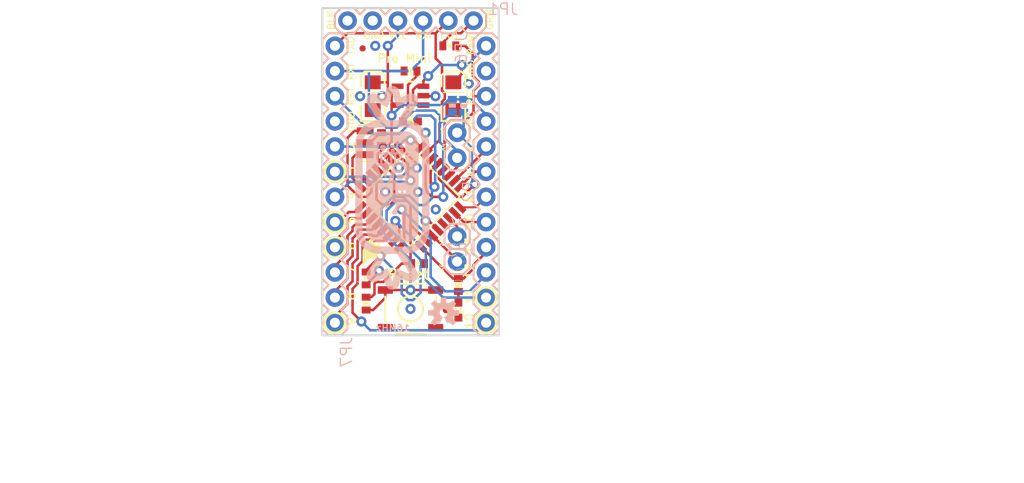
<source format=kicad_pcb>
(kicad_pcb (version 20211014) (generator pcbnew)
  (layers (0 "F.Cu" signal) (31 "B.Cu" signal) (34 "B.Paste" user) (35 "F.Paste" user) (36 "B.SilkS" user "B.Silkscreen") (37 "F.SilkS" user "F.Silkscreen") (38 "B.Mask" user) (39 "F.Mask" user) (44 "Edge.Cuts" user))
  (net 0 "")
  (net 1 "GND")
  (net 2 "AREF")
  (net 3 "RESET")
  (net 4 "SCK")
  (net 5 "N$38")
  (net 6 "MISO")
  (net 7 "MOSI")
  (net 8 "N$7")
  (net 9 "TXO")
  (net 10 "VCC")
  (net 11 "RAW")
  (net 12 "D9")
  (net 13 "D8")
  (net 14 "A5")
  (net 15 "A4")
  (net 16 "A3")
  (net 17 "A2")
  (net 18 "A1")
  (net 19 "A0")
  (net 20 "D2")
  (net 21 "D3")
  (net 22 "D4")
  (net 23 "D5")
  (net 24 "D6")
  (net 25 "D7")
  (net 26 "D10")
  (net 27 "N$1")
  (net 28 "N$2")
  (net 29 "DTR")
  (net 30 "RXI")
  (net 31 "A6")
  (net 32 "A7")
  (footprint "boardEagle:EIA3216" (layer "F.Cu") (at 152.8191 97.3836 90)
    (fp_text reference "C19")
    (fp_text value "10uF")
  )
  (footprint "boardEagle:0402-CAP" (layer "F.Cu") (at 152.4127 92.3036 180)
    (fp_text reference "C2")
    (fp_text value "0.1uF")
  )
  (footprint "boardEagle:0402-RES" (layer "F.Cu") (at 148.5011 94.8436 180)
    (fp_text reference "R11")
    (fp_text value "10K")
  )
  (footprint "boardEagle:0402-CAP" (layer "F.Cu") (at 144.0307 115.7732 90)
    (fp_text reference "C1")
    (fp_text value "0.1uF")
  )
  (footprint "boardEagle:0402-RES" (layer "F.Cu") (at 153.3271 116.4336 -90)
    (fp_text reference "R6")
    (fp_text value "330")
  )
  (footprint "boardEagle:MICRO-FIDUCIAL" (layer "F.Cu") (at 143.6751 92.5576)
    (fp_text reference "JP5" hide)
    (fp_text value "FIDUCIALUFIDUCIAL" hide)
  )
  (footprint "boardEagle:LED-0603" (layer "F.Cu") (at 153.3271 118.9736 180)
    (fp_text reference "D3")
    (fp_text value "Green")
  )
  (footprint "boardEagle:RESONATOR-SMD" (layer "F.Cu") (at 143.9291 102.0826 90)
    (fp_text reference "Q1")
    (fp_text value "8/16/20MHz")
  )
  (footprint "boardEagle:CREATIVE_COMMONS" (layer "F.Cu") (at 127.438979 130.4036)
    (fp_text reference "FRAME1" hide)
    (fp_text value "FRAME-LETTER" hide)
  )
  (footprint "boardEagle:MICRO-FIDUCIAL" (layer "F.Cu") (at 152.0571 118.9736 180)
    (fp_text reference "JP8" hide)
    (fp_text value "FIDUCIALUFIDUCIAL" hide)
  )
  (footprint "boardEagle:TQFP32-08" (layer "F.Cu") (at 148.5011 107.5436 -45)
    (fp_text reference "U1")
    (fp_text value "ATMEGA328")
  )
  (footprint "boardEagle:SOT23-5" (layer "F.Cu") (at 148.5011 97.3328 90)
    (fp_text reference "U2")
    (fp_text value "MIC5205")
  )
  (footprint "boardEagle:0402-CAP" (layer "F.Cu") (at 145.5801 101.7016 90)
    (fp_text reference "C10")
    (fp_text value "0.1uF")
  )
  (footprint "boardEagle:0402-CAP" (layer "F.Cu") (at 149.2631 114.2746 180)
    (fp_text reference "C3")
    (fp_text value "0.1uF")
  )
  (footprint "boardEagle:SFE-LOGO-FLAME" (layer "F.Cu") (at 143.6751 114.5286)
    (fp_text reference "U$1" hide)
    (fp_text value "LOGO-SFESK" hide)
  )
  (footprint "boardEagle:0402-RES" (layer "F.Cu") (at 144.0307 118.3132 90)
    (fp_text reference "R2")
    (fp_text value "10K")
  )
  (footprint "boardEagle:LED-0603" (layer "F.Cu") (at 148.5011 99.9236 -90)
    (fp_text reference "LED1")
    (fp_text value "Red")
  )
  (footprint "boardEagle:TACTILE_SWITCH_SMD" (layer "F.Cu") (at 148.5011 118.8466 180)
    (fp_text reference "S2")
    (fp_text value "Reset")
  )
  (footprint "boardEagle:EIA3216" (layer "F.Cu") (at 144.6911 97.3836 90)
    (fp_text reference "C13")
    (fp_text value "10uF")
  )
  (footprint "boardEagle:1X06" (layer "B.Cu") (at 154.8511 89.7636 180)
    (fp_text reference "JP1")
    (fp_text value "FTDI Basic")
  )
  (footprint "boardEagle:OSHW-LOGO-S" (layer "B.Cu") (at 151.8285 119.253 180)
    (fp_text reference "U$3" hide)
    (fp_text value "OSHW-LOGOS" hide)
  )
  (footprint "boardEagle:PRO_MINI_CANDY" (layer "B.Cu") (at 152.6921 117.5766 180)
    (fp_text reference "U$2" hide)
    (fp_text value "PRO_MINI_CANDY" hide)
  )
  (footprint "boardEagle:0402-RES" (layer "B.Cu") (at 153.8605 98.3488 90)
    (fp_text reference "R3")
    (fp_text value "")
  )
  (footprint "boardEagle:0402-RES" (layer "B.Cu") (at 152.7175 98.3488 90)
    (fp_text reference "R1")
    (fp_text value "")
  )
  (footprint "boardEagle:1X12" (layer "B.Cu") (at 140.8811 120.2436 90)
    (fp_text reference "JP7")
    (fp_text value "")
  )
  (footprint "boardEagle:1X02" (layer "B.Cu") (at 153.2001 103.6066 90)
    (fp_text reference "JP2")
    (fp_text value "")
  )
  (footprint "boardEagle:1X01" (layer "B.Cu") (at 153.2001 114.0714 180)
    (fp_text reference "JP3")
    (fp_text value "")
  )
  (footprint "boardEagle:1X12" (layer "B.Cu") (at 156.1211 92.3036 -90)
    (fp_text reference "JP6")
    (fp_text value "")
  )
  (footprint "boardEagle:1X01" (layer "B.Cu") (at 153.2001 111.5314 180)
    (fp_text reference "JP4")
    (fp_text value "")
  )
  (gr_circle (center 156.1211 120.2436) (end 157.1371 120.2436) (layer "F.SilkS") (width 0.254) (fill none))
  (gr_circle (center 156.1211 117.7036) (end 157.1371 117.7036) (layer "F.SilkS") (width 0.254) (fill none))
  (gr_circle (center 140.8811 105.0036) (end 141.8971 105.0036) (layer "F.SilkS") (width 0.254) (fill none))
  (gr_circle (center 140.8811 112.6236) (end 141.8971 112.6236) (layer "F.SilkS") (width 0.254) (fill none))
  (gr_circle (center 140.8811 120.2436) (end 141.8971 120.2436) (layer "F.SilkS") (width 0.254) (fill none))
  (gr_circle (center 140.8811 110.0836) (end 141.8971 110.0836) (layer "F.SilkS") (width 0.254) (fill none))
  (gr_line (start 139.6111 88.4936) (end 139.6111 121.5136) (layer "Edge.Cuts") (width 0.2032))
  (gr_line (start 157.3911 121.5136) (end 157.3911 88.4936) (layer "Edge.Cuts") (width 0.2032))
  (gr_line (start 157.3911 88.4936) (end 139.6111 88.4936) (layer "Edge.Cuts") (width 0.2032))
  (gr_line (start 139.6111 121.5136) (end 157.3911 121.5136) (layer "Edge.Cuts") (width 0.2032))
  (gr_text "16MHz" (at 144.9451 120.3706) (layer "B.SilkS") (effects (font (size 0.69088 0.69088) (thickness 0.12192)) (justify right top mirror)))
  (gr_text "TXO" (at 142.9131 93.3196 90) (layer "F.SilkS") (effects (font (size 0.69088 0.69088) (thickness 0.12192)) (justify left bottom)))
  (gr_text "A3" (at 154.9781 103.0986 90) (layer "F.SilkS") (effects (font (size 0.69088 0.69088) (thickness 0.12192)) (justify left bottom)))
  (gr_text "TXO" (at 151.2951 91.6686) (layer "F.SilkS") (effects (font (size 0.69088 0.69088) (thickness 0.12192)) (justify left bottom)))
  (gr_text "BLK" (at 140.8811 90.7796 90) (layer "F.SilkS") (effects (font (size 0.69088 0.69088) (thickness 0.12192)) (justify left bottom)))
  (gr_text "11" (at 154.9781 118.4656 90) (layer "F.SilkS") (effects (font (size 0.8636 0.8636) (thickness 0.1524)) (justify left bottom)))
  (gr_text "RXI" (at 142.9131 95.8596 90) (layer "F.SilkS") (effects (font (size 0.69088 0.69088) (thickness 0.12192)) (justify left bottom)))
  (gr_text "A6" (at 151.9301 115.0874 90) (layer "F.SilkS") (effects (font (size 0.425 0.425) (thickness 0.075)) (justify left bottom)))
  (gr_text "GND" (at 154.9781 95.8596 90) (layer "F.SilkS") (effects (font (size 0.69088 0.69088) (thickness 0.12192)) (justify left bottom)))
  (gr_text "5" (at 143.0401 110.4646 90) (layer "F.SilkS") (effects (font (size 0.8636 0.8636) (thickness 0.1524)) (justify left bottom)))
  (gr_text "RST" (at 142.9131 98.3996 90) (layer "F.SilkS") (effects (font (size 0.69088 0.69088) (thickness 0.12192)) (justify left bottom)))
  (gr_text "Reset" (at 146.0627 115.951) (layer "F.SilkS") (effects (font (size 1.02 1.02) (thickness 0.18)) (justify left bottom)))
  (gr_text "GRN" (at 156.8831 90.7796 90) (layer "F.SilkS") (effects (font (size 0.69088 0.69088) (thickness 0.12192)) (justify left bottom)))
  (gr_text "A1" (at 154.9781 108.3056 90) (layer "F.SilkS") (effects (font (size 0.8636 0.8636) (thickness 0.1524)) (justify left bottom)))
  (gr_text "GND" (at 143.6751 91.6686) (layer "F.SilkS") (effects (font (size 0.69088 0.69088) (thickness 0.12192)) (justify left bottom)))
  (gr_text "13" (at 154.9781 113.3856 90) (layer "F.SilkS") (effects (font (size 0.8636 0.8636) (thickness 0.1524)) (justify left bottom)))
  (gr_text "A0" (at 154.9781 110.8456 90) (layer "F.SilkS") (effects (font (size 0.8636 0.8636) (thickness 0.1524)) (justify left bottom)))
  (gr_text "Pro Mini" (at 145.0721 94.0816) (layer "F.SilkS") (effects (font (size 0.8636 0.8636) (thickness 0.1524)) (justify left bottom)))
  (gr_text "A5" (at 152.0571 101.3206 90) (layer "F.SilkS") (effects (font (size 0.425 0.425) (thickness 0.075)) (justify left bottom)))
  (gr_text "RAW" (at 154.9781 93.3196 90) (layer "F.SilkS") (effects (font (size 0.69088 0.69088) (thickness 0.12192)) (justify left bottom)))
  (gr_text "12" (at 154.9781 115.9256 90) (layer "F.SilkS") (effects (font (size 0.8636 0.8636) (thickness 0.1524)) (justify left bottom)))
  (gr_text "A7" (at 151.9301 112.5474 90) (layer "F.SilkS") (effects (font (size 0.425 0.425) (thickness 0.075)) (justify left bottom)))
  (gr_text "7" (at 143.0401 115.4176 90) (layer "F.SilkS") (effects (font (size 0.8636 0.8636) (thickness 0.1524)) (justify left bottom)))
  (gr_text "VCC" (at 146.2151 91.6686) (layer "F.SilkS") (effects (font (size 0.69088 0.69088) (thickness 0.12192)) (justify left bottom)))
  (gr_text "4" (at 143.0401 107.9246 90) (layer "F.SilkS") (effects (font (size 0.8636 0.8636) (thickness 0.1524)) (justify left bottom)))
  (gr_text "3" (at 143.0401 105.3846 90) (layer "F.SilkS") (effects (font (size 0.8636 0.8636) (thickness 0.1524)) (justify left bottom)))
  (gr_text "A2" (at 154.9781 105.6386 90) (layer "F.SilkS") (effects (font (size 0.69088 0.69088) (thickness 0.12192)) (justify left bottom)))
  (gr_text "RXI" (at 148.8821 91.6686) (layer "F.SilkS") (effects (font (size 0.69088 0.69088) (thickness 0.12192)) (justify left bottom)))
  (gr_text "RST" (at 154.9781 98.3996 90) (layer "F.SilkS") (effects (font (size 0.69088 0.69088) (thickness 0.12192)) (justify left bottom)))
  (gr_text "8" (at 143.0401 118.0846 90) (layer "F.SilkS") (effects (font (size 0.8636 0.8636) (thickness 0.1524)) (justify left bottom)))
  (gr_text "10" (at 154.9781 121.0056 90) (layer "F.SilkS") (effects (font (size 0.8636 0.8636) (thickness 0.1524)) (justify left bottom)))
  (gr_text "A4" (at 152.0571 102.9716 90) (layer "F.SilkS") (effects (font (size 0.425 0.425) (thickness 0.075)) (justify left bottom)))
  (gr_text "6" (at 143.0401 113.0046 90) (layer "F.SilkS") (effects (font (size 0.8636 0.8636) (thickness 0.1524)) (justify left bottom)))
  (gr_text "2" (at 142.9131 102.7176 90) (layer "F.SilkS") (effects (font (size 0.69088 0.69088) (thickness 0.12192)) (justify left bottom)))
  (gr_text "GND" (at 142.9131 101.0666 90) (layer "F.SilkS") (effects (font (size 0.69088 0.69088) (thickness 0.12192)) (justify left bottom)))
  (gr_text "VCC" (at 154.9781 100.9396 90) (layer "F.SilkS") (effects (font (size 0.69088 0.69088) (thickness 0.12192)) (justify left bottom)))
  (gr_text "9" (at 143.0401 120.6246 90) (layer "F.SilkS") (effects (font (size 0.8636 0.8636) (thickness 0.1524)) (justify left bottom)))
  (segment (start 146.3143 103.659747) (end 147.2311 104.5766) (width 0.254) (layer "F.Cu") (net 1))
  (segment (start 144.0307 116.4232) (end 145.3261 115.1278) (width 0.254) (layer "F.Cu") (net 1))
  (segment (start 144.4371 102.0826) (end 145.4681 101.0516) (width 0.254) (layer "F.Cu") (net 1))
  (segment (start 151.0157 97.3836) (end 149.7711 97.3836) (width 0.254) (layer "F.Cu") (net 1))
  (segment (start 145.3261 115.1278) (end 145.3261 114.9858) (width 0.254) (layer "F.Cu") (net 1))
  (segment (start 145.4681 101.0516) (end 145.5801 101.0516) (width 0.254) (layer "F.Cu") (net 1))
  (segment (start 143.9291 102.0826) (end 144.4371 102.0826) (width 0.254) (layer "F.Cu") (net 1))
  (via (at 143.4211 97.3836) (size 1.016) (drill 0.508) (layers "F.Cu" "B.Cu") (net 1))
  (via (at 148.5011 118.8466) (size 1.016) (drill 0.508) (layers "F.Cu" "B.Cu") (net 1))
  (via (at 144.9451 92.3036) (size 1.016) (drill 0.508) (layers "F.Cu" "B.Cu") (net 1))
  (via (at 149.2631 107.0356) (size 1.016) (drill 0.508) (layers "F.Cu" "B.Cu") (net 1))
  (via (at 150.0251 101.0666) (size 1.016) (drill 0.508) (layers "F.Cu" "B.Cu") (net 1))
  (via (at 147.3327 104.5718) (size 1.016) (drill 0.508) (layers "F.Cu" "B.Cu") (net 1))
  (via (at 145.3261 114.9858) (size 1.016) (drill 0.508) (layers "F.Cu" "B.Cu") (net 1))
  (via (at 145.9611 107.0356) (size 1.016) (drill 0.508) (layers "F.Cu" "B.Cu") (net 1))
  (via (at 151.0411 108.8136) (size 1.016) (drill 0.508) (layers "F.Cu" "B.Cu") (net 1))
  (via (at 151.0157 97.3836) (size 1.016) (drill 0.508) (layers "F.Cu" "B.Cu") (net 1))
  (via (at 145.6309 97.3836) (size 1.016) (drill 0.508) (layers "F.Cu" "B.Cu") (net 1))
  (via (at 154.3685 96.1136) (size 1.016) (drill 0.508) (layers "F.Cu" "B.Cu") (net 1))
  (segment (start 150.3483 109.9566) (end 151.253581 110.861772) (width 0.254) (layer "F.Cu") (net 2))
  (segment (start 144.0307 115.1232) (end 144.0307 114.935) (width 0.254) (layer "F.Cu") (net 2))
  (segment (start 150.0251 109.9566) (end 150.3483 109.9566) (width 0.254) (layer "F.Cu") (net 2))
  (segment (start 144.0307 114.935) (end 145.4531 113.5126) (width 0.254) (layer "F.Cu") (net 2))
  (via (at 145.4531 113.5126) (size 1.016) (drill 0.508) (layers "F.Cu" "B.Cu") (net 2))
  (via (at 150.0251 109.9566) (size 1.016) (drill 0.508) (layers "F.Cu" "B.Cu") (net 2))
  (segment (start 147.6121 115.6716) (end 147.6121 117.3226) (width 0.254) (layer "B.Cu") (net 2))
  (segment (start 146.0881 108.9406) (end 147.1041 107.9246) (width 0.254) (layer "B.Cu") (net 2))
  (segment (start 145.4531 113.5126) (end 147.6121 115.6716) (width 0.254) (layer "B.Cu") (net 2))
  (segment (start 148.7551 117.9576) (end 149.5171 117.1956) (width 0.254) (layer "B.Cu") (net 2))
  (segment (start 148.1201 107.9246) (end 150.0251 109.8296) (width 0.254) (layer "B.Cu") (net 2))
  (segment (start 150.0251 109.8296) (end 150.0251 109.9566) (width 0.254) (layer "B.Cu") (net 2))
  (segment (start 149.5171 117.1956) (end 149.5171 113.8936) (width 0.254) (layer "B.Cu") (net 2))
  (segment (start 148.2471 117.9576) (end 148.7551 117.9576) (width 0.254) (layer "B.Cu") (net 2))
  (segment (start 147.6121 117.3226) (end 148.2471 117.9576) (width 0.254) (layer "B.Cu") (net 2))
  (segment (start 147.1041 107.9246) (end 148.1201 107.9246) (width 0.254) (layer "B.Cu") (net 2))
  (segment (start 146.0881 110.4646) (end 146.0881 108.9406) (width 0.254) (layer "B.Cu") (net 2))
  (segment (start 149.5171 113.8936) (end 146.0881 110.4646) (width 0.254) (layer "B.Cu") (net 2))
  (segment (start 154.7749 95.3262) (end 154.7749 93.091) (width 0.254) (layer "F.Cu") (net 3))
  (segment (start 154.7749 93.091) (end 153.9875 92.3036) (width 0.254) (layer "F.Cu") (net 3))
  (segment (start 150.9141 106.5276) (end 150.5331 106.1466) (width 0.254) (layer "F.Cu") (net 3))
  (segment (start 155.3845 95.9358) (end 154.7749 95.3262) (width 0.254) (layer "F.Cu") (net 3))
  (segment (start 148.5011 116.9416) (end 151.0411 116.9416) (width 0.254) (layer "F.Cu") (net 3))
  (segment (start 145.9611 117.729) (end 145.9611 116.9416) (width 0.254) (layer "F.Cu") (net 3))
  (segment (start 144.7269 118.9632) (end 145.9611 117.729) (width 0.254) (layer "F.Cu") (net 3))
  (segment (start 153.9875 92.3036) (end 154.2161 92.3036) (width 0.254) (layer "F.Cu") (net 3))
  (segment (start 154.0891 99.7966) (end 154.8511 99.0346) (width 0.254) (layer "F.Cu") (net 3))
  (segment (start 155.3845 96.2914) (end 155.3845 95.9358) (width 0.254) (layer "F.Cu") (net 3))
  (segment (start 151.253581 104.225432) (end 151.9301 103.5489) (width 0.254) (layer "F.Cu") (net 3))
  (segment (start 150.5331 106.1466) (end 150.5331 104.9459) (width 0.254) (layer "F.Cu") (net 3))
  (segment (start 150.5331 104.9459) (end 151.253581 104.225432) (width 0.254) (layer "F.Cu") (net 3))
  (segment (start 154.8511 99.0346) (end 154.8511 97.3836) (width 0.254) (layer "F.Cu") (net 3))
  (segment (start 154.8511 96.8248) (end 155.3845 96.2914) (width 0.254) (layer "F.Cu") (net 3))
  (segment (start 151.9301 100.4316) (end 152.5651 99.7966) (width 0.2032) (layer "F.Cu") (net 3))
  (segment (start 145.9611 116.9416) (end 148.5011 116.9416) (width 0.254) (layer "F.Cu") (net 3))
  (segment (start 154.8511 97.3836) (end 154.8511 96.8248) (width 0.254) (layer "F.Cu") (net 3))
  (segment (start 154.8511 97.3836) (end 156.1211 97.3836) (width 0.254) (layer "F.Cu") (net 3))
  (segment (start 144.0307 118.9632) (end 144.7269 118.9632) (width 0.254) (layer "F.Cu") (net 3))
  (segment (start 153.9875 92.3036) (end 153.0627 92.3036) (width 0.254) (layer "F.Cu") (net 3))
  (segment (start 151.9301 103.5489) (end 151.9301 100.4316) (width 0.254) (layer "F.Cu") (net 3))
  (segment (start 152.5651 99.7966) (end 154.0891 99.7966) (width 0.2032) (layer "F.Cu") (net 3))
  (via (at 150.9141 106.5276) (size 1.016) (drill 0.508) (layers "F.Cu" "B.Cu") (net 3))
  (via (at 148.5011 116.9416) (size 1.016) (drill 0.508) (layers "F.Cu" "B.Cu") (net 3))
  (segment (start 147.3581 101.1936) (end 144.6911 101.1936) (width 0.254) (layer "B.Cu") (net 3))
  (segment (start 146.8501 107.4166) (end 148.3741 107.4166) (width 0.254) (layer "B.Cu") (net 3))
  (segment (start 150.5585 99.3394) (end 149.2123 99.3394) (width 0.254) (layer "B.Cu") (net 3))
  (segment (start 150.9141 106.5276) (end 150.9903 106.4514) (width 0.254) (layer "B.Cu") (net 3))
  (segment (start 148.5011 113.8936) (end 145.5801 110.9726) (width 0.254) (layer "B.Cu") (net 3))
  (segment (start 149.2123 99.3394) (end 147.3581 101.1936) (width 0.254) (layer "B.Cu") (net 3))
  (segment (start 149.3266 108.3691) (end 149.9616 108.3691) (width 0.254) (layer "B.Cu") (net 3))
  (segment (start 145.5801 108.6866) (end 146.8501 107.4166) (width 0.254) (layer "B.Cu") (net 3))
  (segment (start 150.6601 106.7816) (end 150.9141 106.5276) (width 0.254) (layer "B.Cu") (net 3))
  (segment (start 144.6911 101.1936) (end 140.8811 97.3836) (width 0.254) (layer "B.Cu") (net 3))
  (segment (start 150.9903 106.4514) (end 150.9903 99.7712) (width 0.254) (layer "B.Cu") (net 3))
  (segment (start 148.3741 107.4166) (end 149.3266 108.3691) (width 0.254) (layer "B.Cu") (net 3))
  (segment (start 149.9616 108.3691) (end 150.6601 107.6706) (width 0.254) (layer "B.Cu") (net 3))
  (segment (start 150.6601 107.6706) (end 150.6601 106.7816) (width 0.254) (layer "B.Cu") (net 3))
  (segment (start 148.5011 116.9416) (end 148.5011 113.8936) (width 0.254) (layer "B.Cu") (net 3))
  (segment (start 150.9903 99.7712) (end 150.5585 99.3394) (width 0.254) (layer "B.Cu") (net 3))
  (segment (start 145.5801 110.9726) (end 145.5801 108.6866) (width 0.254) (layer "B.Cu") (net 3))
  (segment (start 149.556525 112.558829) (end 152.7812 115.7836) (width 0.254) (layer "F.Cu") (net 4))
  (segment (start 153.8501 115.7836) (end 154.8511 114.7826) (width 0.254) (layer "F.Cu") (net 4))
  (segment (start 154.8511 114.4016) (end 156.1211 113.1316) (width 0.254) (layer "F.Cu") (net 4))
  (segment (start 154.8511 114.7826) (end 154.8511 114.4016) (width 0.254) (layer "F.Cu") (net 4))
  (segment (start 152.7812 115.7836) (end 153.3271 115.7836) (width 0.254) (layer "F.Cu") (net 4))
  (segment (start 153.3271 115.7836) (end 153.8501 115.7836) (width 0.254) (layer "F.Cu") (net 4))
  (segment (start 156.1211 113.1316) (end 156.1211 112.6236) (width 0.254) (layer "F.Cu") (net 4))
  (segment (start 147.7391 99.9236) (end 147.7391 99.4156) (width 0.254) (layer "F.Cu") (net 5))
  (segment (start 148.2471 98.9076) (end 148.2471 96.2406) (width 0.254) (layer "F.Cu") (net 5))
  (segment (start 148.2471 96.2406) (end 149.1511 95.3366) (width 0.254) (layer "F.Cu") (net 5))
  (segment (start 149.1511 95.3366) (end 149.1511 94.8436) (width 0.254) (layer "F.Cu") (net 5))
  (segment (start 147.7511 99.9236) (end 147.7391 99.9236) (width 0.254) (layer "F.Cu") (net 5))
  (segment (start 147.7391 99.4156) (end 148.2471 98.9076) (width 0.254) (layer "F.Cu") (net 5))
  (segment (start 147.8661 112.1384) (end 147.445671 112.558829) (width 0.254) (layer "F.Cu") (net 6))
  (segment (start 147.8661 109.0676) (end 147.8661 112.1384) (width 0.254) (layer "F.Cu") (net 6))
  (segment (start 147.6121 108.8136) (end 147.8661 109.0676) (width 0.254) (layer "F.Cu") (net 6))
  (via (at 147.6121 108.8136) (size 1.016) (drill 0.508) (layers "F.Cu" "B.Cu") (net 6))
  (segment (start 156.1211 115.3922) (end 156.1211 115.1636) (width 0.254) (layer "B.Cu") (net 6))
  (segment (start 150.5331 111.7346) (end 147.6121 108.8136) (width 0.254) (layer "B.Cu") (net 6))
  (segment (start 151.9809 117.0686) (end 150.5331 115.6208) (width 0.254) (layer "B.Cu") (net 6))
  (segment (start 151.9809 117.0686) (end 154.4447 117.0686) (width 0.254) (layer "B.Cu") (net 6))
  (segment (start 150.5331 115.6208) (end 150.5331 111.7346) (width 0.254) (layer "B.Cu") (net 6))
  (segment (start 154.4447 117.0686) (end 156.1211 115.3922) (width 0.254) (layer "B.Cu") (net 6))
  (segment (start 147.3581 110.3376) (end 146.9771 109.9566) (width 0.254) (layer "F.Cu") (net 7))
  (segment (start 147.3581 111.515) (end 147.3581 110.3376) (width 0.254) (layer "F.Cu") (net 7))
  (segment (start 146.879984 111.993141) (end 147.3581 111.515) (width 0.254) (layer "F.Cu") (net 7))
  (via (at 146.9771 109.9566) (size 1.016) (drill 0.508) (layers "F.Cu" "B.Cu") (net 7))
  (segment (start 150.0505 115.951) (end 151.8031 117.7036) (width 0.254) (layer "B.Cu") (net 7))
  (segment (start 150.0505 113.03) (end 150.0505 115.951) (width 0.254) (layer "B.Cu") (net 7))
  (segment (start 151.8031 117.7036) (end 156.1211 117.7036) (width 0.254) (layer "B.Cu") (net 7))
  (segment (start 146.9771 109.9566) (end 150.0505 113.03) (width 0.254) (layer "B.Cu") (net 7))
  (segment (start 153.3271 118.2236) (end 153.3271 117.0836) (width 0.254) (layer "F.Cu") (net 8))
  (segment (start 151.0411 93.5736) (end 151.0411 91.0336) (width 0.254) (layer "F.Cu") (net 9))
  (segment (start 151.0411 91.0336) (end 142.1511 91.0336) (width 0.254) (layer "F.Cu") (net 9))
  (segment (start 151.9555 97.1042) (end 151.6761 96.8248) (width 0.254) (layer "F.Cu") (net 9))
  (segment (start 151.4221 100.1776) (end 151.6761 99.9236) (width 0.254) (layer "F.Cu") (net 9))
  (segment (start 151.0411 91.0336) (end 152.3111 89.7636) (width 0.254) (layer "F.Cu") (net 9))
  (segment (start 151.6761 99.9236) (end 151.6761 97.9424) (width 0.254) (layer "F.Cu") (net 9))
  (segment (start 150.122212 103.094063) (end 151.4221 101.7942) (width 0.254) (layer "F.Cu") (net 9))
  (segment (start 151.9555 97.663) (end 151.9555 97.1042) (width 0.254) (layer "F.Cu") (net 9))
  (segment (start 142.1511 91.0336) (end 140.8811 92.3036) (width 0.254) (layer "F.Cu") (net 9))
  (segment (start 151.6761 96.8248) (end 151.6761 94.2086) (width 0.254) (layer "F.Cu") (net 9))
  (segment (start 151.6761 97.9424) (end 151.9555 97.663) (width 0.254) (layer "F.Cu") (net 9))
  (segment (start 151.4221 101.7942) (end 151.4221 100.1776) (width 0.254) (layer "F.Cu") (net 9))
  (segment (start 151.6761 94.2086) (end 151.0411 93.5736) (width 0.254) (layer "F.Cu") (net 9))
  (segment (start 146.5961 97.1398) (end 146.2151 96.7588) (width 0.254) (layer "F.Cu") (net 10))
  (segment (start 145.0721 107.7976) (end 145.0721 105.8118) (width 0.254) (layer "F.Cu") (net 10))
  (segment (start 145.1991 103.2256) (end 145.5801 102.8446) (width 0.254) (layer "F.Cu") (net 10))
  (segment (start 145.5801 102.3516) (end 145.5651 102.3516) (width 0.254) (layer "F.Cu") (net 10))
  (segment (start 146.8501 107.5436) (end 146.8501 105.327) (width 0.254) (layer "F.Cu") (net 10))
  (segment (start 144.0665 117.6274) (end 144.5895 117.6274) (width 0.254) (layer "F.Cu") (net 10))
  (segment (start 148.5473 110.4183) (end 150.122212 111.993141) (width 0.254) (layer "F.Cu") (net 10))
  (segment (start 145.748615 104.225432) (end 145.7232 104.2255) (width 0.254) (layer "F.Cu") (net 10))
  (segment (start 146.5961 99.3394) (end 146.5961 98.2828) (width 0.254) (layer "F.Cu") (net 10))
  (segment (start 146.2151 95.9866) (end 144.6911 95.9866) (width 0.254) (layer "F.Cu") (net 10))
  (segment (start 145.5651 102.3516) (end 145.5801 102.3366) (width 0.254) (layer "F.Cu") (net 10))
  (segment (start 146.2151 94.8436) (end 146.2151 92.3036) (width 0.254) (layer "F.Cu") (net 10))
  (segment (start 146.2151 94.8436) (end 147.8511 94.8436) (width 0.254) (layer "F.Cu") (net 10))
  (segment (start 146.8501 107.5436) (end 146.8501 107.9246) (width 0.254) (layer "F.Cu") (net 10))
  (segment (start 146.4691 108.3056) (end 145.5801 108.3056) (width 0.254) (layer "F.Cu") (net 10))
  (segment (start 145.5801 102.3366) (end 146.2151 102.3366) (width 0.254) (layer "F.Cu") (net 10))
  (segment (start 148.5011 114.2746) (end 148.5011 110.4645) (width 0.254) (layer "F.Cu") (net 10))
  (segment (start 146.5961 101.9556) (end 146.5961 99.3394) (width 0.254) (layer "F.Cu") (net 10))
  (segment (start 148.5011 110.4645) (end 148.5011 108.3056) (width 0.254) (layer "F.Cu") (net 10))
  (segment (start 144.8689 116.3066) (end 145.0467 116.1288) (width 0.254) (layer "F.Cu") (net 10))
  (segment (start 148.5011 110.4645) (end 148.5473 110.4183) (width 0.254) (layer "F.Cu") (net 10))
  (segment (start 144.5895 117.6274) (end 144.8689 117.348) (width 0.254) (layer "F.Cu") (net 10))
  (segment (start 146.8501 105.327) (end 145.748615 104.225432) (width 0.254) (layer "F.Cu") (net 10))
  (segment (start 144.8689 117.348) (end 144.8689 116.3066) (width 0.254) (layer "F.Cu") (net 10))
  (segment (start 148.6131 114.2746) (end 148.6131 114.0056) (width 0.254) (layer "F.Cu") (net 10))
  (segment (start 146.5961 98.2828) (end 146.5961 97.1398) (width 0.254) (layer "F.Cu") (net 10))
  (segment (start 145.7232 104.2255) (end 145.1991 103.7014) (width 0.254) (layer "F.Cu") (net 10))
  (segment (start 146.5961 98.2828) (end 147.201 98.2828) (width 0.254) (layer "F.Cu") (net 10))
  (segment (start 148.6131 114.2746) (end 148.5011 114.2746) (width 0.254) (layer "F.Cu") (net 10))
  (segment (start 144.6911 95.9866) (end 144.6911 95.9836) (width 0.254) (layer "F.Cu") (net 10))
  (segment (start 145.7579 116.1288) (end 147.6121 114.2746) (width 0.254) (layer "F.Cu") (net 10))
  (segment (start 145.0467 116.1288) (end 145.7579 116.1288) (width 0.254) (layer "F.Cu") (net 10))
  (segment (start 146.8501 107.9246) (end 146.4691 108.3056) (width 0.254) (layer "F.Cu") (net 10))
  (segment (start 146.2151 95.9866) (end 146.2151 94.8436) (width 0.254) (layer "F.Cu") (net 10))
  (segment (start 145.0721 105.8118) (end 144.617243 105.356804) (width 0.254) (layer "F.Cu") (net 10))
  (segment (start 145.5801 108.3056) (end 145.0721 107.7976) (width 0.254) (layer "F.Cu") (net 10))
  (segment (start 148.5011 108.3056) (end 147.7391 107.5436) (width 0.254) (layer "F.Cu") (net 10))
  (segment (start 146.2151 96.7588) (end 146.2151 95.9866) (width 0.254) (layer "F.Cu") (net 10))
  (segment (start 145.1991 103.7014) (end 145.1991 103.2256) (width 0.254) (layer "F.Cu") (net 10))
  (segment (start 145.7232 104.2255) (end 145.7071 104.2416) (width 0.254) (layer "F.Cu") (net 10))
  (segment (start 147.6121 114.2746) (end 148.6131 114.2746) (width 0.254) (layer "F.Cu") (net 10))
  (segment (start 145.5801 102.8446) (end 145.5801 102.3516) (width 0.254) (layer "F.Cu") (net 10))
  (segment (start 148.5473 110.4183) (end 148.5011 110.3721) (width 0.254) (layer "F.Cu") (net 10))
  (segment (start 146.2151 102.3366) (end 146.5961 101.9556) (width 0.254) (layer "F.Cu") (net 10))
  (segment (start 147.7391 107.5436) (end 146.8501 107.5436) (width 0.254) (layer "F.Cu") (net 10))
  (segment (start 144.0307 117.6632) (end 144.0665 117.6274) (width 0.254) (layer "F.Cu") (net 10))
  (via (at 146.5961 99.3394) (size 1.016) (drill 0.508) (layers "F.Cu" "B.Cu") (net 10))
  (via (at 146.2151 92.3036) (size 1.016) (drill 0.508) (layers "F.Cu" "B.Cu") (net 10))
  (segment (start 147.6629 98.2726) (end 151.8031 98.2726) (width 0.254) (layer "B.Cu") (net 10))
  (segment (start 146.2151 92.3036) (end 147.2311 91.2876) (width 0.254) (layer "B.Cu") (net 10))
  (segment (start 147.2311 91.2876) (end 147.2311 89.7636) (width 0.254) (layer "B.Cu") (net 10))
  (segment (start 152.7175 97.6988) (end 153.8605 97.6988) (width 0.254) (layer "B.Cu") (net 10))
  (segment (start 153.8755 97.7138) (end 154.5971 97.7138) (width 0.254) (layer "B.Cu") (net 10))
  (segment (start 153.8605 97.6988) (end 153.8755 97.7138) (width 0.254) (layer "B.Cu") (net 10))
  (segment (start 146.5961 99.3394) (end 147.6629 98.2726) (width 0.254) (layer "B.Cu") (net 10))
  (segment (start 146.5961 99.3394) (end 146.5961 99.5426) (width 0.254) (layer "B.Cu") (net 10))
  (segment (start 151.8031 98.2726) (end 152.3769 97.6988) (width 0.254) (layer "B.Cu") (net 10))
  (segment (start 156.1211 99.2378) (end 156.1211 99.9236) (width 0.254) (layer "B.Cu") (net 10))
  (segment (start 152.3769 97.6988) (end 152.7175 97.6988) (width 0.254) (layer "B.Cu") (net 10))
  (segment (start 154.5971 97.7138) (end 156.1211 99.2378) (width 0.254) (layer "B.Cu") (net 10))
  (segment (start 149.6894 98.171) (end 149.1107 98.171) (width 0.254) (layer "F.Cu") (net 11))
  (segment (start 149.8012 96.3828) (end 149.8012 95.8295) (width 0.254) (layer "F.Cu") (net 11))
  (segment (start 149.1209 96.3828) (end 149.8012 96.3828) (width 0.254) (layer "F.Cu") (net 11))
  (segment (start 153.6573 94.234) (end 153.6573 95.1454) (width 0.254) (layer "F.Cu") (net 11))
  (segment (start 149.6894 98.171) (end 149.8012 98.2828) (width 0.254) (layer "F.Cu") (net 11))
  (segment (start 153.6573 95.1454) (end 152.8191 95.9836) (width 0.254) (layer "F.Cu") (net 11))
  (segment (start 149.8012 95.8295) (end 150.2791 95.3516) (width 0.254) (layer "F.Cu") (net 11))
  (segment (start 148.7551 96.7486) (end 149.1209 96.3828) (width 0.254) (layer "F.Cu") (net 11))
  (segment (start 148.7551 97.8154) (end 148.7551 96.7486) (width 0.254) (layer "F.Cu") (net 11))
  (segment (start 149.1107 98.171) (end 148.7551 97.8154) (width 0.254) (layer "F.Cu") (net 11))
  (via (at 150.2791 95.3516) (size 1.016) (drill 0.508) (layers "F.Cu" "B.Cu") (net 11))
  (via (at 153.6573 94.234) (size 1.016) (drill 0.508) (layers "F.Cu" "B.Cu") (net 11))
  (segment (start 154.1907 94.234) (end 156.1211 92.3036) (width 0.254) (layer "B.Cu") (net 11))
  (segment (start 151.3967 94.234) (end 153.6573 94.234) (width 0.254) (layer "B.Cu") (net 11))
  (segment (start 150.2791 95.3516) (end 151.3967 94.234) (width 0.254) (layer "B.Cu") (net 11))
  (segment (start 153.6573 94.234) (end 154.1907 94.234) (width 0.254) (layer "B.Cu") (net 11))
  (segment (start 143.1671 111.9886) (end 143.8021 111.3536) (width 0.254) (layer "F.Cu") (net 12))
  (segment (start 143.1671 113.7666) (end 143.1671 111.9886) (width 0.254) (layer "F.Cu") (net 12))
  (segment (start 143.8021 111.3536) (end 144.5641 111.3536) (width 0.254) (layer "F.Cu") (net 12))
  (segment (start 144.6911 111.4806) (end 145.1298 111.4806) (width 0.254) (layer "F.Cu") (net 12))
  (segment (start 142.1511 118.3386) (end 142.1511 116.5606) (width 0.254) (layer "F.Cu") (net 12))
  (segment (start 140.8811 119.6086) (end 142.1511 118.3386) (width 0.254) (layer "F.Cu") (net 12))
  (segment (start 142.1511 116.5606) (end 142.6591 116.0526) (width 0.254) (layer "F.Cu") (net 12))
  (segment (start 142.6591 114.2746) (end 143.1671 113.7666) (width 0.254) (layer "F.Cu") (net 12))
  (segment (start 145.1298 111.4806) (end 145.748615 110.861772) (width 0.254) (layer "F.Cu") (net 12))
  (segment (start 144.5641 111.3536) (end 144.6911 111.4806) (width 0.254) (layer "F.Cu") (net 12))
  (segment (start 140.8811 120.2436) (end 140.8811 119.6086) (width 0.254) (layer "F.Cu") (net 12))
  (segment (start 142.6591 116.0526) (end 142.6591 114.2746) (width 0.254) (layer "F.Cu") (net 12))
  (segment (start 140.8811 117.0686) (end 142.1511 115.7986) (width 0.254) (layer "F.Cu") (net 13))
  (segment (start 142.6591 111.7346) (end 143.1671 111.2266) (width 0.254) (layer "F.Cu") (net 13))
  (segment (start 143.1671 110.9726) (end 143.2941 110.8456) (width 0.254) (layer "F.Cu") (net 13))
  (segment (start 142.1511 114.0206) (end 142.6591 113.5126) (width 0.254) (layer "F.Cu") (net 13))
  (segment (start 142.6591 113.5126) (end 142.6591 111.7346) (width 0.254) (layer "F.Cu") (net 13))
  (segment (start 140.8811 117.7036) (end 140.8811 117.0686) (width 0.254) (layer "F.Cu") (net 13))
  (segment (start 143.2941 110.8456) (end 144.6334 110.8456) (width 0.254) (layer "F.Cu") (net 13))
  (segment (start 142.1511 115.7986) (end 142.1511 114.0206) (width 0.254) (layer "F.Cu") (net 13))
  (segment (start 144.6334 110.8456) (end 145.182928 110.296085) (width 0.254) (layer "F.Cu") (net 13))
  (segment (start 143.1671 111.2266) (end 143.1671 110.9726) (width 0.254) (layer "F.Cu") (net 13))
  (segment (start 151.3459 105.7148) (end 153.0477 107.4166) (width 0.254) (layer "F.Cu") (net 14))
  (segment (start 151.3459 105.2645) (end 151.3459 105.7148) (width 0.254) (layer "F.Cu") (net 14))
  (segment (start 153.0477 107.4166) (end 153.0731 107.4166) (width 0.254) (layer "F.Cu") (net 14))
  (segment (start 153.2001 107.5436) (end 153.7081 107.5436) (width 0.254) (layer "F.Cu") (net 14))
  (segment (start 153.7081 107.5436) (end 154.9781 106.2736) (width 0.254) (layer "F.Cu") (net 14))
  (segment (start 151.819268 104.791119) (end 151.3459 105.2645) (width 0.254) (layer "F.Cu") (net 14))
  (segment (start 153.0731 107.4166) (end 153.2001 107.5436) (width 0.254) (layer "F.Cu") (net 14))
  (via (at 154.9781 106.2736) (size 1.016) (drill 0.508) (layers "F.Cu" "B.Cu") (net 14))
  (segment (start 154.9781 106.2736) (end 154.7241 106.0196) (width 0.2032) (layer "B.Cu") (net 14))
  (segment (start 154.7241 106.0196) (end 154.7241 102.5906) (width 0.2032) (layer "B.Cu") (net 14))
  (segment (start 153.8605 100.4062) (end 153.8605 98.9988) (width 0.254) (layer "B.Cu") (net 14))
  (segment (start 154.7241 102.5906) (end 153.2001 101.0666) (width 0.2032) (layer "B.Cu") (net 14))
  (segment (start 153.2001 101.0666) (end 153.8605 100.4062) (width 0.254) (layer "B.Cu") (net 14))
  (segment (start 153.2001 104.5417) (end 153.2001 103.6066) (width 0.254) (layer "F.Cu") (net 15))
  (segment (start 152.384953 105.356804) (end 153.2001 104.5417) (width 0.254) (layer "F.Cu") (net 15))
  (segment (start 153.2001 102.9208) (end 151.9301 101.6508) (width 0.254) (layer "B.Cu") (net 15))
  (segment (start 151.9301 99.71) (end 152.6413 98.9988) (width 0.254) (layer "B.Cu") (net 15))
  (segment (start 153.2001 103.6066) (end 153.2001 102.9208) (width 0.254) (layer "B.Cu") (net 15))
  (segment (start 152.6413 98.9988) (end 152.7175 98.9988) (width 0.254) (layer "B.Cu") (net 15))
  (segment (start 151.9301 101.6508) (end 151.9301 99.71) (width 0.254) (layer "B.Cu") (net 15))
  (segment (start 156.1211 102.752) (end 156.1211 102.4636) (width 0.254) (layer "F.Cu") (net 16))
  (segment (start 152.950637 105.922488) (end 156.1211 102.752) (width 0.254) (layer "F.Cu") (net 16))
  (segment (start 155.0009 105.0036) (end 156.1211 105.0036) (width 0.254) (layer "F.Cu") (net 17))
  (segment (start 153.516325 106.488175) (end 155.0009 105.0036) (width 0.254) (layer "F.Cu") (net 17))
  (segment (start 153.516325 108.599029) (end 155.0656 108.5991) (width 0.2032) (layer "F.Cu") (net 18))
  (segment (start 155.0656 108.5991) (end 156.1211 107.5436) (width 0.2032) (layer "F.Cu") (net 18))
  (segment (start 152.950637 109.164716) (end 153.8694 110.0836) (width 0.254) (layer "F.Cu") (net 19))
  (segment (start 153.8694 110.0836) (end 156.1211 110.0836) (width 0.254) (layer "F.Cu") (net 19))
  (segment (start 148.8567 101.8286) (end 149.556525 102.528375) (width 0.254) (layer "F.Cu") (net 20))
  (segment (start 148.5011 101.8286) (end 148.8567 101.8286) (width 0.254) (layer "F.Cu") (net 20))
  (via (at 148.5011 101.8286) (size 1.016) (drill 0.508) (layers "F.Cu" "B.Cu") (net 20))
  (segment (start 147.8661 101.8286) (end 148.5011 101.8286) (width 0.254) (layer "B.Cu") (net 20))
  (segment (start 140.8811 102.4636) (end 147.2311 102.4636) (width 0.254) (layer "B.Cu") (net 20))
  (segment (start 147.2311 102.4636) (end 147.8661 101.8286) (width 0.254) (layer "B.Cu") (net 20))
  (segment (start 149.1361 104.2189) (end 147.445671 102.528375) (width 0.254) (layer "F.Cu") (net 21))
  (segment (start 149.1361 104.6226) (end 149.1361 104.2189) (width 0.254) (layer "F.Cu") (net 21))
  (via (at 149.1361 104.6226) (size 1.016) (drill 0.508) (layers "F.Cu" "B.Cu") (net 21))
  (segment (start 147.6121 105.5116) (end 148.5011 104.6226) (width 0.254) (layer "B.Cu") (net 21))
  (segment (start 141.3891 105.5116) (end 147.6121 105.5116) (width 0.254) (layer "B.Cu") (net 21))
  (segment (start 148.5011 104.6226) (end 149.1361 104.6226) (width 0.254) (layer "B.Cu") (net 21))
  (segment (start 140.8811 105.0036) (end 141.3891 105.5116) (width 0.254) (layer "B.Cu") (net 21))
  (segment (start 148.2471 104.2416) (end 147.7391 103.7336) (width 0.254) (layer "F.Cu") (net 22))
  (segment (start 147.7391 103.7336) (end 147.5194 103.7336) (width 0.254) (layer "F.Cu") (net 22))
  (segment (start 148.2471 105.3846) (end 148.2471 104.2416) (width 0.254) (layer "F.Cu") (net 22))
  (segment (start 148.7551 105.8926) (end 148.2471 105.3846) (width 0.254) (layer "F.Cu") (net 22))
  (segment (start 147.5194 103.7336) (end 146.879984 103.094063) (width 0.254) (layer "F.Cu") (net 22))
  (segment (start 148.5011 105.8926) (end 148.7551 105.8926) (width 0.254) (layer "F.Cu") (net 22))
  (via (at 148.5011 105.8926) (size 1.016) (drill 0.508) (layers "F.Cu" "B.Cu") (net 22))
  (segment (start 142.4051 106.0196) (end 148.3741 106.0196) (width 0.254) (layer "B.Cu") (net 22))
  (segment (start 140.8811 107.5436) (end 142.4051 106.0196) (width 0.254) (layer "B.Cu") (net 22))
  (segment (start 148.3741 106.0196) (end 148.5011 105.8926) (width 0.254) (layer "B.Cu") (net 22))
  (segment (start 142.2781 109.0676) (end 143.0173 109.0676) (width 0.254) (layer "F.Cu") (net 23))
  (segment (start 141.2621 110.0836) (end 142.2781 109.0676) (width 0.254) (layer "F.Cu") (net 23))
  (segment (start 140.8811 110.0836) (end 141.2621 110.0836) (width 0.254) (layer "F.Cu") (net 23))
  (segment (start 143.0173 109.0676) (end 143.485871 108.599029) (width 0.254) (layer "F.Cu") (net 23))
  (segment (start 140.8811 112.6236) (end 140.8811 112.3352) (width 0.254) (layer "F.Cu") (net 24))
  (segment (start 142.1511 109.9566) (end 142.4051 109.7026) (width 0.254) (layer "F.Cu") (net 24))
  (segment (start 143.5137 109.7026) (end 144.051559 109.164716) (width 0.254) (layer "F.Cu") (net 24))
  (segment (start 142.1511 110.7186) (end 142.1511 109.9566) (width 0.254) (layer "F.Cu") (net 24))
  (segment (start 140.8811 111.9886) (end 142.1511 110.7186) (width 0.254) (layer "F.Cu") (net 24))
  (segment (start 142.4051 109.7026) (end 143.5137 109.7026) (width 0.254) (layer "F.Cu") (net 24))
  (segment (start 140.8811 112.6236) (end 140.8811 111.9886) (width 0.254) (layer "F.Cu") (net 24))
  (segment (start 142.1511 111.4806) (end 142.6591 110.9726) (width 0.254) (layer "F.Cu") (net 25))
  (segment (start 144.01 110.3376) (end 144.617243 109.7304) (width 0.254) (layer "F.Cu") (net 25))
  (segment (start 142.6591 110.5916) (end 142.9131 110.3376) (width 0.254) (layer "F.Cu") (net 25))
  (segment (start 140.8811 115.1636) (end 140.8811 114.5286) (width 0.254) (layer "F.Cu") (net 25))
  (segment (start 142.1511 113.2586) (end 142.1511 111.4806) (width 0.254) (layer "F.Cu") (net 25))
  (segment (start 140.8811 114.5286) (end 142.1511 113.2586) (width 0.254) (layer "F.Cu") (net 25))
  (segment (start 142.9131 110.3376) (end 144.01 110.3376) (width 0.254) (layer "F.Cu") (net 25))
  (segment (start 142.6591 110.9726) (end 142.6591 110.5916) (width 0.254) (layer "F.Cu") (net 25))
  (segment (start 142.6591 119.2276) (end 142.6591 116.8146) (width 0.254) (layer "F.Cu") (net 26))
  (segment (start 144.5641 111.9886) (end 145.7532 111.9886) (width 0.254) (layer "F.Cu") (net 26))
  (segment (start 144.0561 111.8616) (end 144.4371 111.8616) (width 0.254) (layer "F.Cu") (net 26))
  (segment (start 143.1671 116.3066) (end 143.1671 114.5286) (width 0.254) (layer "F.Cu") (net 26))
  (segment (start 143.6751 114.0206) (end 143.6751 112.2426) (width 0.254) (layer "F.Cu") (net 26))
  (segment (start 144.4371 111.8616) (end 144.5641 111.9886) (width 0.254) (layer "F.Cu") (net 26))
  (segment (start 143.6751 112.2426) (end 144.0561 111.8616) (width 0.254) (layer "F.Cu") (net 26))
  (segment (start 142.6591 116.8146) (end 143.1671 116.3066) (width 0.254) (layer "F.Cu") (net 26))
  (segment (start 143.5481 120.1166) (end 142.6591 119.2276) (width 0.254) (layer "F.Cu") (net 26))
  (segment (start 145.7532 111.9886) (end 146.3143 111.427457) (width 0.254) (layer "F.Cu") (net 26))
  (segment (start 143.1671 114.5286) (end 143.6751 114.0206) (width 0.254) (layer "F.Cu") (net 26))
  (via (at 143.5481 120.1166) (size 1.016) (drill 0.508) (layers "F.Cu" "B.Cu") (net 26))
  (segment (start 144.4371 121.0056) (end 155.3591 121.0056) (width 0.254) (layer "B.Cu") (net 26))
  (segment (start 155.3591 121.0056) (end 156.1211 120.2436) (width 0.254) (layer "B.Cu") (net 26))
  (segment (start 143.5481 120.1166) (end 144.4371 121.0056) (width 0.254) (layer "B.Cu") (net 26))
  (segment (start 142.9831 103.2826) (end 143.9291 103.2826) (width 0.254) (layer "F.Cu") (net 27))
  (segment (start 143.485871 106.488175) (end 142.6591 105.6615) (width 0.254) (layer "F.Cu") (net 27))
  (segment (start 142.6591 103.6066) (end 142.9831 103.2826) (width 0.254) (layer "F.Cu") (net 27))
  (segment (start 142.6591 105.6615) (end 142.6591 103.6066) (width 0.254) (layer "F.Cu") (net 27))
  (segment (start 144.5641 107.0356) (end 144.5641 106.4351) (width 0.254) (layer "F.Cu") (net 28))
  (segment (start 144.0561 107.5436) (end 144.5641 107.0356) (width 0.254) (layer "F.Cu") (net 28))
  (segment (start 144.5641 106.4351) (end 144.051559 105.922488) (width 0.254) (layer "F.Cu") (net 28))
  (segment (start 142.1511 106.4006) (end 142.1511 101.5746) (width 0.254) (layer "F.Cu") (net 28))
  (segment (start 143.2941 107.5436) (end 142.1511 106.4006) (width 0.254) (layer "F.Cu") (net 28))
  (segment (start 142.8431 100.8826) (end 143.9291 100.8826) (width 0.254) (layer "F.Cu") (net 28))
  (segment (start 144.0561 107.5436) (end 143.2941 107.5436) (width 0.254) (layer "F.Cu") (net 28))
  (segment (start 142.1511 101.5746) (end 142.8431 100.8826) (width 0.254) (layer "F.Cu") (net 28))
  (segment (start 151.7627 91.963) (end 152.6921 91.0336) (width 0.254) (layer "F.Cu") (net 29))
  (segment (start 152.6921 91.0336) (end 153.5811 91.0336) (width 0.254) (layer "F.Cu") (net 29))
  (segment (start 153.5811 91.0336) (end 154.8511 89.7636) (width 0.254) (layer "F.Cu") (net 29))
  (segment (start 151.7627 92.3036) (end 151.7627 91.963) (width 0.254) (layer "F.Cu") (net 29))
  (segment (start 150.0251 104.3225) (end 150.687896 103.659747) (width 0.254) (layer "F.Cu") (net 30))
  (segment (start 150.6601 107.5436) (end 150.1521 107.0356) (width 0.254) (layer "F.Cu") (net 30))
  (segment (start 151.8031 107.5436) (end 150.6601 107.5436) (width 0.254) (layer "F.Cu") (net 30))
  (segment (start 150.0251 106.5276) (end 150.0251 104.3225) (width 0.254) (layer "F.Cu") (net 30))
  (segment (start 150.1521 107.0356) (end 150.0251 106.5276) (width 0.254) (layer "F.Cu") (net 30))
  (via (at 151.8031 107.5436) (size 1.016) (drill 0.508) (layers "F.Cu" "B.Cu") (net 30))
  (segment (start 151.8031 107.5436) (end 151.8031 102.362) (width 0.254) (layer "B.Cu") (net 30))
  (segment (start 146.0881 100.5586) (end 144.3101 98.7806) (width 0.254) (layer "B.Cu") (net 30))
  (segment (start 151.8031 102.362) (end 151.4729 102.0318) (width 0.254) (layer "B.Cu") (net 30))
  (segment (start 147.1041 100.5586) (end 146.0881 100.5586) (width 0.254) (layer "B.Cu") (net 30))
  (segment (start 149.7711 93.5736) (end 149.7711 89.7636) (width 0.254) (layer "B.Cu") (net 30))
  (segment (start 144.3101 98.7806) (end 144.3101 94.8436) (width 0.254) (layer "B.Cu") (net 30))
  (segment (start 150.9395 98.8314) (end 148.8313 98.8314) (width 0.254) (layer "B.Cu") (net 30))
  (segment (start 144.3101 94.8436) (end 148.5011 94.8436) (width 0.254) (layer "B.Cu") (net 30))
  (segment (start 144.3101 94.8436) (end 140.8811 94.8436) (width 0.254) (layer "B.Cu") (net 30))
  (segment (start 151.4729 99.3648) (end 150.9395 98.8314) (width 0.254) (layer "B.Cu") (net 30))
  (segment (start 151.4729 102.0318) (end 151.4729 99.3648) (width 0.254) (layer "B.Cu") (net 30))
  (segment (start 148.5011 94.8436) (end 149.7711 93.5736) (width 0.254) (layer "B.Cu") (net 30))
  (segment (start 148.8313 98.8314) (end 147.1041 100.5586) (width 0.254) (layer "B.Cu") (net 30))
  (segment (start 153.2001 113.9398) (end 153.2001 114.0714) (width 0.254) (layer "F.Cu") (net 31))
  (segment (start 150.687896 111.427457) (end 153.2001 113.9398) (width 0.254) (layer "F.Cu") (net 31))
  (segment (start 153.2001 111.5314) (end 153.2001 110.5456) (width 0.254) (layer "F.Cu") (net 32))
  (segment (start 153.2001 110.5456) (end 152.384953 109.7304) (width 0.254) (layer "F.Cu") (net 32))
)
</source>
